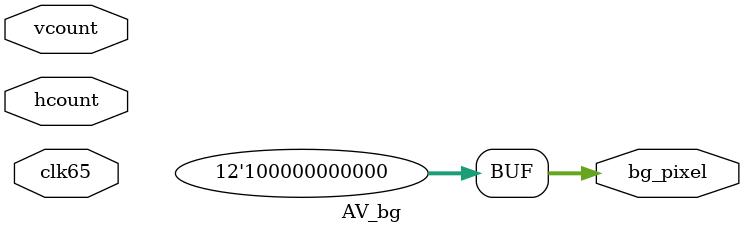
<source format=v>
module AV_bg(
    input clk65,
    input [10:0] hcount,
    input [9:0] vcount,
    
    output reg [11:0] bg_pixel
    
    );
    
    
    
    initial bg_pixel <= 12'h8_0_0;
    
    
    
    
    
    
endmodule
</source>
